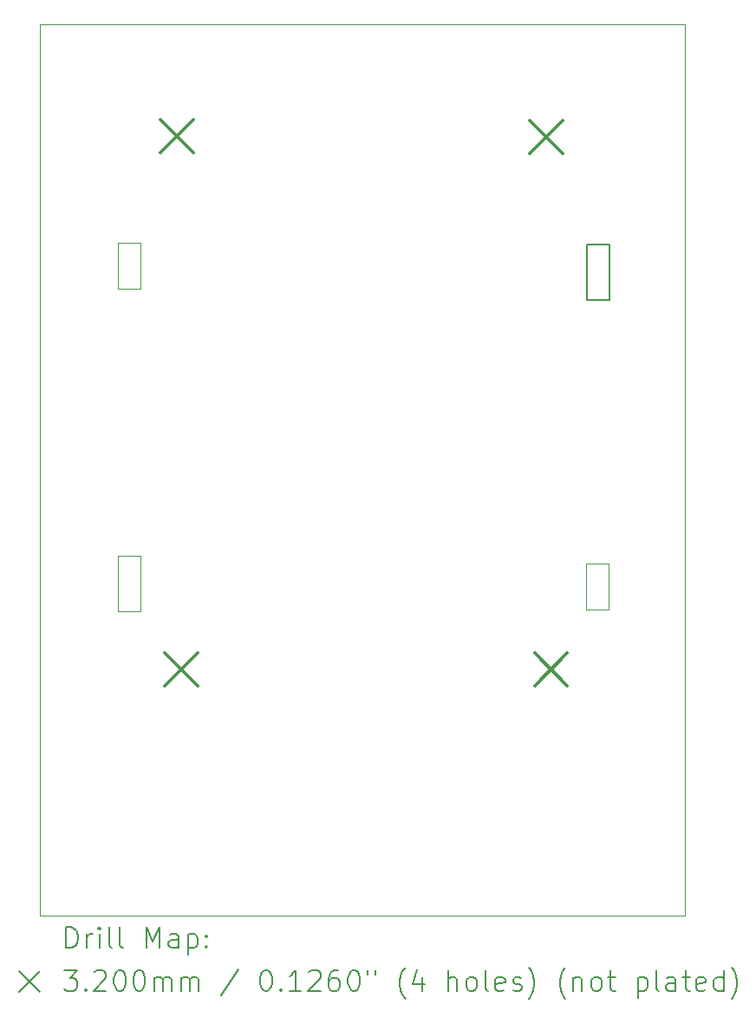
<source format=gbr>
%TF.GenerationSoftware,KiCad,Pcbnew,7.0.10-dirty*%
%TF.CreationDate,2024-02-04T15:30:24-03:00*%
%TF.ProjectId,simetrica,73696d65-7472-4696-9361-2e6b69636164,Version 2.0*%
%TF.SameCoordinates,Original*%
%TF.FileFunction,Drillmap*%
%TF.FilePolarity,Positive*%
%FSLAX45Y45*%
G04 Gerber Fmt 4.5, Leading zero omitted, Abs format (unit mm)*
G04 Created by KiCad (PCBNEW 7.0.10-dirty) date 2024-02-04 15:30:24*
%MOMM*%
%LPD*%
G01*
G04 APERTURE LIST*
%ADD10C,0.100000*%
%ADD11C,0.150000*%
%ADD12C,0.200000*%
%ADD13C,0.320000*%
G04 APERTURE END LIST*
D10*
X11061000Y-7135000D02*
X11283000Y-7135000D01*
X11283000Y-7584000D01*
X11061000Y-7584000D01*
X11061000Y-7135000D01*
D11*
X15640000Y-7148000D02*
X15860000Y-7148000D01*
X15860000Y-7688000D01*
X15640000Y-7688000D01*
X15640000Y-7148000D01*
D10*
X11062000Y-10193000D02*
X11282000Y-10193000D01*
X11282000Y-10735000D01*
X11062000Y-10735000D01*
X11062000Y-10193000D01*
X10300000Y-5000000D02*
X16600000Y-5000000D01*
X16600000Y-13700000D01*
X10300000Y-13700000D01*
X10300000Y-5000000D01*
X15633000Y-10261500D02*
X15855000Y-10261500D01*
X15855000Y-10710500D01*
X15633000Y-10710500D01*
X15633000Y-10261500D01*
D12*
D13*
X11473000Y-5931000D02*
X11793000Y-6251000D01*
X11793000Y-5931000D02*
X11473000Y-6251000D01*
X11520000Y-11141000D02*
X11840000Y-11461000D01*
X11840000Y-11141000D02*
X11520000Y-11461000D01*
X15086000Y-5939000D02*
X15406000Y-6259000D01*
X15406000Y-5939000D02*
X15086000Y-6259000D01*
X15129000Y-11140000D02*
X15449000Y-11460000D01*
X15449000Y-11140000D02*
X15129000Y-11460000D01*
D12*
X10555777Y-14016484D02*
X10555777Y-13816484D01*
X10555777Y-13816484D02*
X10603396Y-13816484D01*
X10603396Y-13816484D02*
X10631967Y-13826008D01*
X10631967Y-13826008D02*
X10651015Y-13845055D01*
X10651015Y-13845055D02*
X10660539Y-13864103D01*
X10660539Y-13864103D02*
X10670063Y-13902198D01*
X10670063Y-13902198D02*
X10670063Y-13930769D01*
X10670063Y-13930769D02*
X10660539Y-13968865D01*
X10660539Y-13968865D02*
X10651015Y-13987912D01*
X10651015Y-13987912D02*
X10631967Y-14006960D01*
X10631967Y-14006960D02*
X10603396Y-14016484D01*
X10603396Y-14016484D02*
X10555777Y-14016484D01*
X10755777Y-14016484D02*
X10755777Y-13883150D01*
X10755777Y-13921246D02*
X10765301Y-13902198D01*
X10765301Y-13902198D02*
X10774824Y-13892674D01*
X10774824Y-13892674D02*
X10793872Y-13883150D01*
X10793872Y-13883150D02*
X10812920Y-13883150D01*
X10879586Y-14016484D02*
X10879586Y-13883150D01*
X10879586Y-13816484D02*
X10870063Y-13826008D01*
X10870063Y-13826008D02*
X10879586Y-13835531D01*
X10879586Y-13835531D02*
X10889110Y-13826008D01*
X10889110Y-13826008D02*
X10879586Y-13816484D01*
X10879586Y-13816484D02*
X10879586Y-13835531D01*
X11003396Y-14016484D02*
X10984348Y-14006960D01*
X10984348Y-14006960D02*
X10974824Y-13987912D01*
X10974824Y-13987912D02*
X10974824Y-13816484D01*
X11108158Y-14016484D02*
X11089110Y-14006960D01*
X11089110Y-14006960D02*
X11079586Y-13987912D01*
X11079586Y-13987912D02*
X11079586Y-13816484D01*
X11336729Y-14016484D02*
X11336729Y-13816484D01*
X11336729Y-13816484D02*
X11403396Y-13959341D01*
X11403396Y-13959341D02*
X11470062Y-13816484D01*
X11470062Y-13816484D02*
X11470062Y-14016484D01*
X11651015Y-14016484D02*
X11651015Y-13911722D01*
X11651015Y-13911722D02*
X11641491Y-13892674D01*
X11641491Y-13892674D02*
X11622443Y-13883150D01*
X11622443Y-13883150D02*
X11584348Y-13883150D01*
X11584348Y-13883150D02*
X11565301Y-13892674D01*
X11651015Y-14006960D02*
X11631967Y-14016484D01*
X11631967Y-14016484D02*
X11584348Y-14016484D01*
X11584348Y-14016484D02*
X11565301Y-14006960D01*
X11565301Y-14006960D02*
X11555777Y-13987912D01*
X11555777Y-13987912D02*
X11555777Y-13968865D01*
X11555777Y-13968865D02*
X11565301Y-13949817D01*
X11565301Y-13949817D02*
X11584348Y-13940293D01*
X11584348Y-13940293D02*
X11631967Y-13940293D01*
X11631967Y-13940293D02*
X11651015Y-13930769D01*
X11746253Y-13883150D02*
X11746253Y-14083150D01*
X11746253Y-13892674D02*
X11765301Y-13883150D01*
X11765301Y-13883150D02*
X11803396Y-13883150D01*
X11803396Y-13883150D02*
X11822443Y-13892674D01*
X11822443Y-13892674D02*
X11831967Y-13902198D01*
X11831967Y-13902198D02*
X11841491Y-13921246D01*
X11841491Y-13921246D02*
X11841491Y-13978388D01*
X11841491Y-13978388D02*
X11831967Y-13997436D01*
X11831967Y-13997436D02*
X11822443Y-14006960D01*
X11822443Y-14006960D02*
X11803396Y-14016484D01*
X11803396Y-14016484D02*
X11765301Y-14016484D01*
X11765301Y-14016484D02*
X11746253Y-14006960D01*
X11927205Y-13997436D02*
X11936729Y-14006960D01*
X11936729Y-14006960D02*
X11927205Y-14016484D01*
X11927205Y-14016484D02*
X11917682Y-14006960D01*
X11917682Y-14006960D02*
X11927205Y-13997436D01*
X11927205Y-13997436D02*
X11927205Y-14016484D01*
X11927205Y-13892674D02*
X11936729Y-13902198D01*
X11936729Y-13902198D02*
X11927205Y-13911722D01*
X11927205Y-13911722D02*
X11917682Y-13902198D01*
X11917682Y-13902198D02*
X11927205Y-13892674D01*
X11927205Y-13892674D02*
X11927205Y-13911722D01*
X10095000Y-14245000D02*
X10295000Y-14445000D01*
X10295000Y-14245000D02*
X10095000Y-14445000D01*
X10536729Y-14236484D02*
X10660539Y-14236484D01*
X10660539Y-14236484D02*
X10593872Y-14312674D01*
X10593872Y-14312674D02*
X10622444Y-14312674D01*
X10622444Y-14312674D02*
X10641491Y-14322198D01*
X10641491Y-14322198D02*
X10651015Y-14331722D01*
X10651015Y-14331722D02*
X10660539Y-14350769D01*
X10660539Y-14350769D02*
X10660539Y-14398388D01*
X10660539Y-14398388D02*
X10651015Y-14417436D01*
X10651015Y-14417436D02*
X10641491Y-14426960D01*
X10641491Y-14426960D02*
X10622444Y-14436484D01*
X10622444Y-14436484D02*
X10565301Y-14436484D01*
X10565301Y-14436484D02*
X10546253Y-14426960D01*
X10546253Y-14426960D02*
X10536729Y-14417436D01*
X10746253Y-14417436D02*
X10755777Y-14426960D01*
X10755777Y-14426960D02*
X10746253Y-14436484D01*
X10746253Y-14436484D02*
X10736729Y-14426960D01*
X10736729Y-14426960D02*
X10746253Y-14417436D01*
X10746253Y-14417436D02*
X10746253Y-14436484D01*
X10831967Y-14255531D02*
X10841491Y-14246008D01*
X10841491Y-14246008D02*
X10860539Y-14236484D01*
X10860539Y-14236484D02*
X10908158Y-14236484D01*
X10908158Y-14236484D02*
X10927205Y-14246008D01*
X10927205Y-14246008D02*
X10936729Y-14255531D01*
X10936729Y-14255531D02*
X10946253Y-14274579D01*
X10946253Y-14274579D02*
X10946253Y-14293627D01*
X10946253Y-14293627D02*
X10936729Y-14322198D01*
X10936729Y-14322198D02*
X10822444Y-14436484D01*
X10822444Y-14436484D02*
X10946253Y-14436484D01*
X11070063Y-14236484D02*
X11089110Y-14236484D01*
X11089110Y-14236484D02*
X11108158Y-14246008D01*
X11108158Y-14246008D02*
X11117682Y-14255531D01*
X11117682Y-14255531D02*
X11127205Y-14274579D01*
X11127205Y-14274579D02*
X11136729Y-14312674D01*
X11136729Y-14312674D02*
X11136729Y-14360293D01*
X11136729Y-14360293D02*
X11127205Y-14398388D01*
X11127205Y-14398388D02*
X11117682Y-14417436D01*
X11117682Y-14417436D02*
X11108158Y-14426960D01*
X11108158Y-14426960D02*
X11089110Y-14436484D01*
X11089110Y-14436484D02*
X11070063Y-14436484D01*
X11070063Y-14436484D02*
X11051015Y-14426960D01*
X11051015Y-14426960D02*
X11041491Y-14417436D01*
X11041491Y-14417436D02*
X11031967Y-14398388D01*
X11031967Y-14398388D02*
X11022444Y-14360293D01*
X11022444Y-14360293D02*
X11022444Y-14312674D01*
X11022444Y-14312674D02*
X11031967Y-14274579D01*
X11031967Y-14274579D02*
X11041491Y-14255531D01*
X11041491Y-14255531D02*
X11051015Y-14246008D01*
X11051015Y-14246008D02*
X11070063Y-14236484D01*
X11260539Y-14236484D02*
X11279586Y-14236484D01*
X11279586Y-14236484D02*
X11298634Y-14246008D01*
X11298634Y-14246008D02*
X11308158Y-14255531D01*
X11308158Y-14255531D02*
X11317682Y-14274579D01*
X11317682Y-14274579D02*
X11327205Y-14312674D01*
X11327205Y-14312674D02*
X11327205Y-14360293D01*
X11327205Y-14360293D02*
X11317682Y-14398388D01*
X11317682Y-14398388D02*
X11308158Y-14417436D01*
X11308158Y-14417436D02*
X11298634Y-14426960D01*
X11298634Y-14426960D02*
X11279586Y-14436484D01*
X11279586Y-14436484D02*
X11260539Y-14436484D01*
X11260539Y-14436484D02*
X11241491Y-14426960D01*
X11241491Y-14426960D02*
X11231967Y-14417436D01*
X11231967Y-14417436D02*
X11222443Y-14398388D01*
X11222443Y-14398388D02*
X11212920Y-14360293D01*
X11212920Y-14360293D02*
X11212920Y-14312674D01*
X11212920Y-14312674D02*
X11222443Y-14274579D01*
X11222443Y-14274579D02*
X11231967Y-14255531D01*
X11231967Y-14255531D02*
X11241491Y-14246008D01*
X11241491Y-14246008D02*
X11260539Y-14236484D01*
X11412920Y-14436484D02*
X11412920Y-14303150D01*
X11412920Y-14322198D02*
X11422443Y-14312674D01*
X11422443Y-14312674D02*
X11441491Y-14303150D01*
X11441491Y-14303150D02*
X11470063Y-14303150D01*
X11470063Y-14303150D02*
X11489110Y-14312674D01*
X11489110Y-14312674D02*
X11498634Y-14331722D01*
X11498634Y-14331722D02*
X11498634Y-14436484D01*
X11498634Y-14331722D02*
X11508158Y-14312674D01*
X11508158Y-14312674D02*
X11527205Y-14303150D01*
X11527205Y-14303150D02*
X11555777Y-14303150D01*
X11555777Y-14303150D02*
X11574824Y-14312674D01*
X11574824Y-14312674D02*
X11584348Y-14331722D01*
X11584348Y-14331722D02*
X11584348Y-14436484D01*
X11679586Y-14436484D02*
X11679586Y-14303150D01*
X11679586Y-14322198D02*
X11689110Y-14312674D01*
X11689110Y-14312674D02*
X11708158Y-14303150D01*
X11708158Y-14303150D02*
X11736729Y-14303150D01*
X11736729Y-14303150D02*
X11755777Y-14312674D01*
X11755777Y-14312674D02*
X11765301Y-14331722D01*
X11765301Y-14331722D02*
X11765301Y-14436484D01*
X11765301Y-14331722D02*
X11774824Y-14312674D01*
X11774824Y-14312674D02*
X11793872Y-14303150D01*
X11793872Y-14303150D02*
X11822443Y-14303150D01*
X11822443Y-14303150D02*
X11841491Y-14312674D01*
X11841491Y-14312674D02*
X11851015Y-14331722D01*
X11851015Y-14331722D02*
X11851015Y-14436484D01*
X12241491Y-14226960D02*
X12070063Y-14484103D01*
X12498634Y-14236484D02*
X12517682Y-14236484D01*
X12517682Y-14236484D02*
X12536729Y-14246008D01*
X12536729Y-14246008D02*
X12546253Y-14255531D01*
X12546253Y-14255531D02*
X12555777Y-14274579D01*
X12555777Y-14274579D02*
X12565301Y-14312674D01*
X12565301Y-14312674D02*
X12565301Y-14360293D01*
X12565301Y-14360293D02*
X12555777Y-14398388D01*
X12555777Y-14398388D02*
X12546253Y-14417436D01*
X12546253Y-14417436D02*
X12536729Y-14426960D01*
X12536729Y-14426960D02*
X12517682Y-14436484D01*
X12517682Y-14436484D02*
X12498634Y-14436484D01*
X12498634Y-14436484D02*
X12479586Y-14426960D01*
X12479586Y-14426960D02*
X12470063Y-14417436D01*
X12470063Y-14417436D02*
X12460539Y-14398388D01*
X12460539Y-14398388D02*
X12451015Y-14360293D01*
X12451015Y-14360293D02*
X12451015Y-14312674D01*
X12451015Y-14312674D02*
X12460539Y-14274579D01*
X12460539Y-14274579D02*
X12470063Y-14255531D01*
X12470063Y-14255531D02*
X12479586Y-14246008D01*
X12479586Y-14246008D02*
X12498634Y-14236484D01*
X12651015Y-14417436D02*
X12660539Y-14426960D01*
X12660539Y-14426960D02*
X12651015Y-14436484D01*
X12651015Y-14436484D02*
X12641491Y-14426960D01*
X12641491Y-14426960D02*
X12651015Y-14417436D01*
X12651015Y-14417436D02*
X12651015Y-14436484D01*
X12851015Y-14436484D02*
X12736729Y-14436484D01*
X12793872Y-14436484D02*
X12793872Y-14236484D01*
X12793872Y-14236484D02*
X12774825Y-14265055D01*
X12774825Y-14265055D02*
X12755777Y-14284103D01*
X12755777Y-14284103D02*
X12736729Y-14293627D01*
X12927206Y-14255531D02*
X12936729Y-14246008D01*
X12936729Y-14246008D02*
X12955777Y-14236484D01*
X12955777Y-14236484D02*
X13003396Y-14236484D01*
X13003396Y-14236484D02*
X13022444Y-14246008D01*
X13022444Y-14246008D02*
X13031967Y-14255531D01*
X13031967Y-14255531D02*
X13041491Y-14274579D01*
X13041491Y-14274579D02*
X13041491Y-14293627D01*
X13041491Y-14293627D02*
X13031967Y-14322198D01*
X13031967Y-14322198D02*
X12917682Y-14436484D01*
X12917682Y-14436484D02*
X13041491Y-14436484D01*
X13212920Y-14236484D02*
X13174825Y-14236484D01*
X13174825Y-14236484D02*
X13155777Y-14246008D01*
X13155777Y-14246008D02*
X13146253Y-14255531D01*
X13146253Y-14255531D02*
X13127206Y-14284103D01*
X13127206Y-14284103D02*
X13117682Y-14322198D01*
X13117682Y-14322198D02*
X13117682Y-14398388D01*
X13117682Y-14398388D02*
X13127206Y-14417436D01*
X13127206Y-14417436D02*
X13136729Y-14426960D01*
X13136729Y-14426960D02*
X13155777Y-14436484D01*
X13155777Y-14436484D02*
X13193872Y-14436484D01*
X13193872Y-14436484D02*
X13212920Y-14426960D01*
X13212920Y-14426960D02*
X13222444Y-14417436D01*
X13222444Y-14417436D02*
X13231967Y-14398388D01*
X13231967Y-14398388D02*
X13231967Y-14350769D01*
X13231967Y-14350769D02*
X13222444Y-14331722D01*
X13222444Y-14331722D02*
X13212920Y-14322198D01*
X13212920Y-14322198D02*
X13193872Y-14312674D01*
X13193872Y-14312674D02*
X13155777Y-14312674D01*
X13155777Y-14312674D02*
X13136729Y-14322198D01*
X13136729Y-14322198D02*
X13127206Y-14331722D01*
X13127206Y-14331722D02*
X13117682Y-14350769D01*
X13355777Y-14236484D02*
X13374825Y-14236484D01*
X13374825Y-14236484D02*
X13393872Y-14246008D01*
X13393872Y-14246008D02*
X13403396Y-14255531D01*
X13403396Y-14255531D02*
X13412920Y-14274579D01*
X13412920Y-14274579D02*
X13422444Y-14312674D01*
X13422444Y-14312674D02*
X13422444Y-14360293D01*
X13422444Y-14360293D02*
X13412920Y-14398388D01*
X13412920Y-14398388D02*
X13403396Y-14417436D01*
X13403396Y-14417436D02*
X13393872Y-14426960D01*
X13393872Y-14426960D02*
X13374825Y-14436484D01*
X13374825Y-14436484D02*
X13355777Y-14436484D01*
X13355777Y-14436484D02*
X13336729Y-14426960D01*
X13336729Y-14426960D02*
X13327206Y-14417436D01*
X13327206Y-14417436D02*
X13317682Y-14398388D01*
X13317682Y-14398388D02*
X13308158Y-14360293D01*
X13308158Y-14360293D02*
X13308158Y-14312674D01*
X13308158Y-14312674D02*
X13317682Y-14274579D01*
X13317682Y-14274579D02*
X13327206Y-14255531D01*
X13327206Y-14255531D02*
X13336729Y-14246008D01*
X13336729Y-14246008D02*
X13355777Y-14236484D01*
X13498634Y-14236484D02*
X13498634Y-14274579D01*
X13574825Y-14236484D02*
X13574825Y-14274579D01*
X13870063Y-14512674D02*
X13860539Y-14503150D01*
X13860539Y-14503150D02*
X13841491Y-14474579D01*
X13841491Y-14474579D02*
X13831968Y-14455531D01*
X13831968Y-14455531D02*
X13822444Y-14426960D01*
X13822444Y-14426960D02*
X13812920Y-14379341D01*
X13812920Y-14379341D02*
X13812920Y-14341246D01*
X13812920Y-14341246D02*
X13822444Y-14293627D01*
X13822444Y-14293627D02*
X13831968Y-14265055D01*
X13831968Y-14265055D02*
X13841491Y-14246008D01*
X13841491Y-14246008D02*
X13860539Y-14217436D01*
X13860539Y-14217436D02*
X13870063Y-14207912D01*
X14031968Y-14303150D02*
X14031968Y-14436484D01*
X13984348Y-14226960D02*
X13936729Y-14369817D01*
X13936729Y-14369817D02*
X14060539Y-14369817D01*
X14289110Y-14436484D02*
X14289110Y-14236484D01*
X14374825Y-14436484D02*
X14374825Y-14331722D01*
X14374825Y-14331722D02*
X14365301Y-14312674D01*
X14365301Y-14312674D02*
X14346253Y-14303150D01*
X14346253Y-14303150D02*
X14317682Y-14303150D01*
X14317682Y-14303150D02*
X14298634Y-14312674D01*
X14298634Y-14312674D02*
X14289110Y-14322198D01*
X14498634Y-14436484D02*
X14479587Y-14426960D01*
X14479587Y-14426960D02*
X14470063Y-14417436D01*
X14470063Y-14417436D02*
X14460539Y-14398388D01*
X14460539Y-14398388D02*
X14460539Y-14341246D01*
X14460539Y-14341246D02*
X14470063Y-14322198D01*
X14470063Y-14322198D02*
X14479587Y-14312674D01*
X14479587Y-14312674D02*
X14498634Y-14303150D01*
X14498634Y-14303150D02*
X14527206Y-14303150D01*
X14527206Y-14303150D02*
X14546253Y-14312674D01*
X14546253Y-14312674D02*
X14555777Y-14322198D01*
X14555777Y-14322198D02*
X14565301Y-14341246D01*
X14565301Y-14341246D02*
X14565301Y-14398388D01*
X14565301Y-14398388D02*
X14555777Y-14417436D01*
X14555777Y-14417436D02*
X14546253Y-14426960D01*
X14546253Y-14426960D02*
X14527206Y-14436484D01*
X14527206Y-14436484D02*
X14498634Y-14436484D01*
X14679587Y-14436484D02*
X14660539Y-14426960D01*
X14660539Y-14426960D02*
X14651015Y-14407912D01*
X14651015Y-14407912D02*
X14651015Y-14236484D01*
X14831968Y-14426960D02*
X14812920Y-14436484D01*
X14812920Y-14436484D02*
X14774825Y-14436484D01*
X14774825Y-14436484D02*
X14755777Y-14426960D01*
X14755777Y-14426960D02*
X14746253Y-14407912D01*
X14746253Y-14407912D02*
X14746253Y-14331722D01*
X14746253Y-14331722D02*
X14755777Y-14312674D01*
X14755777Y-14312674D02*
X14774825Y-14303150D01*
X14774825Y-14303150D02*
X14812920Y-14303150D01*
X14812920Y-14303150D02*
X14831968Y-14312674D01*
X14831968Y-14312674D02*
X14841491Y-14331722D01*
X14841491Y-14331722D02*
X14841491Y-14350769D01*
X14841491Y-14350769D02*
X14746253Y-14369817D01*
X14917682Y-14426960D02*
X14936730Y-14436484D01*
X14936730Y-14436484D02*
X14974825Y-14436484D01*
X14974825Y-14436484D02*
X14993872Y-14426960D01*
X14993872Y-14426960D02*
X15003396Y-14407912D01*
X15003396Y-14407912D02*
X15003396Y-14398388D01*
X15003396Y-14398388D02*
X14993872Y-14379341D01*
X14993872Y-14379341D02*
X14974825Y-14369817D01*
X14974825Y-14369817D02*
X14946253Y-14369817D01*
X14946253Y-14369817D02*
X14927206Y-14360293D01*
X14927206Y-14360293D02*
X14917682Y-14341246D01*
X14917682Y-14341246D02*
X14917682Y-14331722D01*
X14917682Y-14331722D02*
X14927206Y-14312674D01*
X14927206Y-14312674D02*
X14946253Y-14303150D01*
X14946253Y-14303150D02*
X14974825Y-14303150D01*
X14974825Y-14303150D02*
X14993872Y-14312674D01*
X15070063Y-14512674D02*
X15079587Y-14503150D01*
X15079587Y-14503150D02*
X15098634Y-14474579D01*
X15098634Y-14474579D02*
X15108158Y-14455531D01*
X15108158Y-14455531D02*
X15117682Y-14426960D01*
X15117682Y-14426960D02*
X15127206Y-14379341D01*
X15127206Y-14379341D02*
X15127206Y-14341246D01*
X15127206Y-14341246D02*
X15117682Y-14293627D01*
X15117682Y-14293627D02*
X15108158Y-14265055D01*
X15108158Y-14265055D02*
X15098634Y-14246008D01*
X15098634Y-14246008D02*
X15079587Y-14217436D01*
X15079587Y-14217436D02*
X15070063Y-14207912D01*
X15431968Y-14512674D02*
X15422444Y-14503150D01*
X15422444Y-14503150D02*
X15403396Y-14474579D01*
X15403396Y-14474579D02*
X15393872Y-14455531D01*
X15393872Y-14455531D02*
X15384349Y-14426960D01*
X15384349Y-14426960D02*
X15374825Y-14379341D01*
X15374825Y-14379341D02*
X15374825Y-14341246D01*
X15374825Y-14341246D02*
X15384349Y-14293627D01*
X15384349Y-14293627D02*
X15393872Y-14265055D01*
X15393872Y-14265055D02*
X15403396Y-14246008D01*
X15403396Y-14246008D02*
X15422444Y-14217436D01*
X15422444Y-14217436D02*
X15431968Y-14207912D01*
X15508158Y-14303150D02*
X15508158Y-14436484D01*
X15508158Y-14322198D02*
X15517682Y-14312674D01*
X15517682Y-14312674D02*
X15536730Y-14303150D01*
X15536730Y-14303150D02*
X15565301Y-14303150D01*
X15565301Y-14303150D02*
X15584349Y-14312674D01*
X15584349Y-14312674D02*
X15593872Y-14331722D01*
X15593872Y-14331722D02*
X15593872Y-14436484D01*
X15717682Y-14436484D02*
X15698634Y-14426960D01*
X15698634Y-14426960D02*
X15689111Y-14417436D01*
X15689111Y-14417436D02*
X15679587Y-14398388D01*
X15679587Y-14398388D02*
X15679587Y-14341246D01*
X15679587Y-14341246D02*
X15689111Y-14322198D01*
X15689111Y-14322198D02*
X15698634Y-14312674D01*
X15698634Y-14312674D02*
X15717682Y-14303150D01*
X15717682Y-14303150D02*
X15746253Y-14303150D01*
X15746253Y-14303150D02*
X15765301Y-14312674D01*
X15765301Y-14312674D02*
X15774825Y-14322198D01*
X15774825Y-14322198D02*
X15784349Y-14341246D01*
X15784349Y-14341246D02*
X15784349Y-14398388D01*
X15784349Y-14398388D02*
X15774825Y-14417436D01*
X15774825Y-14417436D02*
X15765301Y-14426960D01*
X15765301Y-14426960D02*
X15746253Y-14436484D01*
X15746253Y-14436484D02*
X15717682Y-14436484D01*
X15841492Y-14303150D02*
X15917682Y-14303150D01*
X15870063Y-14236484D02*
X15870063Y-14407912D01*
X15870063Y-14407912D02*
X15879587Y-14426960D01*
X15879587Y-14426960D02*
X15898634Y-14436484D01*
X15898634Y-14436484D02*
X15917682Y-14436484D01*
X16136730Y-14303150D02*
X16136730Y-14503150D01*
X16136730Y-14312674D02*
X16155777Y-14303150D01*
X16155777Y-14303150D02*
X16193873Y-14303150D01*
X16193873Y-14303150D02*
X16212920Y-14312674D01*
X16212920Y-14312674D02*
X16222444Y-14322198D01*
X16222444Y-14322198D02*
X16231968Y-14341246D01*
X16231968Y-14341246D02*
X16231968Y-14398388D01*
X16231968Y-14398388D02*
X16222444Y-14417436D01*
X16222444Y-14417436D02*
X16212920Y-14426960D01*
X16212920Y-14426960D02*
X16193873Y-14436484D01*
X16193873Y-14436484D02*
X16155777Y-14436484D01*
X16155777Y-14436484D02*
X16136730Y-14426960D01*
X16346253Y-14436484D02*
X16327206Y-14426960D01*
X16327206Y-14426960D02*
X16317682Y-14407912D01*
X16317682Y-14407912D02*
X16317682Y-14236484D01*
X16508158Y-14436484D02*
X16508158Y-14331722D01*
X16508158Y-14331722D02*
X16498634Y-14312674D01*
X16498634Y-14312674D02*
X16479587Y-14303150D01*
X16479587Y-14303150D02*
X16441492Y-14303150D01*
X16441492Y-14303150D02*
X16422444Y-14312674D01*
X16508158Y-14426960D02*
X16489111Y-14436484D01*
X16489111Y-14436484D02*
X16441492Y-14436484D01*
X16441492Y-14436484D02*
X16422444Y-14426960D01*
X16422444Y-14426960D02*
X16412920Y-14407912D01*
X16412920Y-14407912D02*
X16412920Y-14388865D01*
X16412920Y-14388865D02*
X16422444Y-14369817D01*
X16422444Y-14369817D02*
X16441492Y-14360293D01*
X16441492Y-14360293D02*
X16489111Y-14360293D01*
X16489111Y-14360293D02*
X16508158Y-14350769D01*
X16574825Y-14303150D02*
X16651015Y-14303150D01*
X16603396Y-14236484D02*
X16603396Y-14407912D01*
X16603396Y-14407912D02*
X16612920Y-14426960D01*
X16612920Y-14426960D02*
X16631968Y-14436484D01*
X16631968Y-14436484D02*
X16651015Y-14436484D01*
X16793873Y-14426960D02*
X16774825Y-14436484D01*
X16774825Y-14436484D02*
X16736730Y-14436484D01*
X16736730Y-14436484D02*
X16717682Y-14426960D01*
X16717682Y-14426960D02*
X16708158Y-14407912D01*
X16708158Y-14407912D02*
X16708158Y-14331722D01*
X16708158Y-14331722D02*
X16717682Y-14312674D01*
X16717682Y-14312674D02*
X16736730Y-14303150D01*
X16736730Y-14303150D02*
X16774825Y-14303150D01*
X16774825Y-14303150D02*
X16793873Y-14312674D01*
X16793873Y-14312674D02*
X16803396Y-14331722D01*
X16803396Y-14331722D02*
X16803396Y-14350769D01*
X16803396Y-14350769D02*
X16708158Y-14369817D01*
X16974825Y-14436484D02*
X16974825Y-14236484D01*
X16974825Y-14426960D02*
X16955777Y-14436484D01*
X16955777Y-14436484D02*
X16917682Y-14436484D01*
X16917682Y-14436484D02*
X16898635Y-14426960D01*
X16898635Y-14426960D02*
X16889111Y-14417436D01*
X16889111Y-14417436D02*
X16879587Y-14398388D01*
X16879587Y-14398388D02*
X16879587Y-14341246D01*
X16879587Y-14341246D02*
X16889111Y-14322198D01*
X16889111Y-14322198D02*
X16898635Y-14312674D01*
X16898635Y-14312674D02*
X16917682Y-14303150D01*
X16917682Y-14303150D02*
X16955777Y-14303150D01*
X16955777Y-14303150D02*
X16974825Y-14312674D01*
X17051016Y-14512674D02*
X17060539Y-14503150D01*
X17060539Y-14503150D02*
X17079587Y-14474579D01*
X17079587Y-14474579D02*
X17089111Y-14455531D01*
X17089111Y-14455531D02*
X17098635Y-14426960D01*
X17098635Y-14426960D02*
X17108158Y-14379341D01*
X17108158Y-14379341D02*
X17108158Y-14341246D01*
X17108158Y-14341246D02*
X17098635Y-14293627D01*
X17098635Y-14293627D02*
X17089111Y-14265055D01*
X17089111Y-14265055D02*
X17079587Y-14246008D01*
X17079587Y-14246008D02*
X17060539Y-14217436D01*
X17060539Y-14217436D02*
X17051016Y-14207912D01*
M02*

</source>
